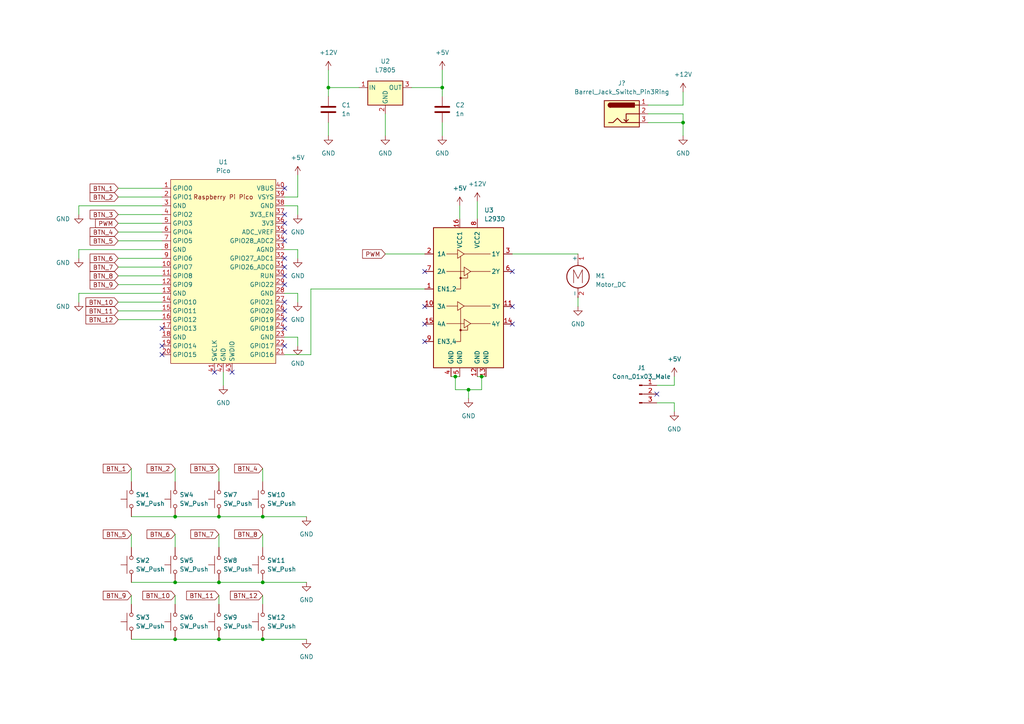
<source format=kicad_sch>
(kicad_sch (version 20211123) (generator eeschema)
  (paper "A4")
  (lib_symbols
    (symbol "Connector:Barrel_Jack_Switch_Pin3Ring" (pin_names hide)
      (property "Reference" "J" (at 0 5.334 0))
      (property "Value" "Barrel_Jack_Switch_Pin3Ring" (at 0 -5.08 0))
      (symbol "Barrel_Jack_Switch_Pin3Ring_0_1"
        (rectangle (start -5.08 3.81) (end 5.08 -3.81) (stroke (width 0.254)) (fill (type background)))
        (arc (start -3.302 3.175) (mid -3.937 2.54) (end -3.302 1.905) (stroke (width 0.254)))
        (arc (start -3.302 3.175) (mid -3.937 2.54) (end -3.302 1.905) (stroke (width 0.254)) (fill (type outline)))
        (polyline (pts (xy 1.27 -2.286) (xy 1.905 -1.651)) (stroke (width 0.254)))
        (polyline (pts (xy 5.08 2.54) (xy 3.81 2.54)) (stroke (width 0.254)))
        (polyline (pts (xy 5.08 0) (xy 1.27 0) (xy 1.27 -2.286) (xy 0.635 -1.651)) (stroke (width 0.254)))
        (polyline (pts (xy -3.81 -2.54) (xy -2.54 -2.54) (xy -1.27 -1.27) (xy 0 -2.54) (xy 2.54 -2.54) (xy 5.08 -2.54)) (stroke (width 0.254)))
        (rectangle (start 3.683 3.175) (end -3.302 1.905) (stroke (width 0.254)) (fill (type outline)))
      )
      (symbol "Barrel_Jack_Switch_Pin3Ring_1_1"
        (pin passive line (at 7.62 2.54 180) (length 2.54) (name "~") (number "1"))
        (pin passive line (at 7.62 0 180) (length 2.54) (name "~") (number "2"))
        (pin passive line (at 7.62 -2.54 180) (length 2.54) (name "~") (number "3"))
      )
    )
    (symbol "Connector:Conn_01x03_Male" (pin_names (offset 1.016) hide)
      (property "Reference" "J" (at 0 5.08 0))
      (property "Value" "Conn_01x03_Male" (at 0 -5.08 0))
      (symbol "Conn_01x03_Male_1_1"
        (polyline (pts (xy 1.27 -2.54) (xy 0.8636 -2.54)) (stroke (width 0.1524)))
        (polyline (pts (xy 1.27 0) (xy 0.8636 0)) (stroke (width 0.1524)))
        (polyline (pts (xy 1.27 2.54) (xy 0.8636 2.54)) (stroke (width 0.1524)))
        (rectangle (start 0.8636 -2.413) (end 0 -2.667) (stroke (width 0.1524)) (fill (type outline)))
        (rectangle (start 0.8636 0.127) (end 0 -0.127) (stroke (width 0.1524)) (fill (type outline)))
        (rectangle (start 0.8636 2.667) (end 0 2.413) (stroke (width 0.1524)) (fill (type outline)))
        (pin passive line (at 5.08 2.54 180) (length 3.81) (name "Pin_1") (number "1"))
        (pin passive line (at 5.08 0 180) (length 3.81) (name "Pin_2") (number "2"))
        (pin passive line (at 5.08 -2.54 180) (length 3.81) (name "Pin_3") (number "3"))
      )
    )
    (symbol "Device:C" (pin_numbers hide) (pin_names (offset 0.254))
      (property "Reference" "C" (at 0.635 2.54 0))
      (property "Value" "C" (at 0.635 -2.54 0))
      (symbol "C_0_1"
        (polyline (pts (xy -2.032 -0.762) (xy 2.032 -0.762)) (stroke (width 0.508)))
        (polyline (pts (xy -2.032 0.762) (xy 2.032 0.762)) (stroke (width 0.508)))
      )
      (symbol "C_1_1"
        (pin passive line (at 0 3.81 270) (length 2.794) (name "~") (number "1"))
        (pin passive line (at 0 -3.81 90) (length 2.794) (name "~") (number "2"))
      )
    )
    (symbol "Driver_Motor:L293D" (pin_names (offset 1.016))
      (property "Reference" "U" (at -5.08 26.035 0))
      (property "Value" "L293D" (at -5.08 24.13 0))
      (symbol "L293D_0_1"
        (rectangle (start -10.16 22.86) (end 10.16 -17.78) (stroke (width 0.254)) (fill (type background)))
        (circle (center -2.286 -6.858) (radius 0.254) (fill (type outline)))
        (circle (center -2.286 8.255) (radius 0.254) (fill (type outline)))
        (polyline (pts (xy -6.35 -4.953) (xy -1.27 -4.953)))
        (polyline (pts (xy -6.35 0.127) (xy -3.175 0.127)))
        (polyline (pts (xy -6.35 10.16) (xy -1.27 10.16)))
        (polyline (pts (xy -6.35 15.24) (xy -3.175 15.24)))
        (polyline (pts (xy -1.27 0.127) (xy 6.35 0.127)))
        (polyline (pts (xy -1.27 15.24) (xy 6.35 15.24)))
        (polyline (pts (xy 0.635 -4.953) (xy 6.35 -4.953)))
        (polyline (pts (xy 0.635 10.16) (xy 6.35 10.16)))
        (polyline (pts (xy -2.286 -6.858) (xy -0.254 -6.858) (xy -0.254 -5.588)))
        (polyline (pts (xy -2.286 -0.635) (xy -2.286 -10.16) (xy -3.556 -10.16)))
        (polyline (pts (xy -2.286 8.255) (xy -0.254 8.255) (xy -0.254 9.525)))
        (polyline (pts (xy -2.286 14.478) (xy -2.286 5.08) (xy -3.556 5.08)))
        (polyline (pts (xy -3.175 1.397) (xy -3.175 -1.143) (xy -1.27 0.127) (xy -3.175 1.397)))
        (polyline (pts (xy -3.175 16.51) (xy -3.175 13.97) (xy -1.27 15.24) (xy -3.175 16.51)))
        (polyline (pts (xy -1.27 -3.683) (xy -1.27 -6.223) (xy 0.635 -4.953) (xy -1.27 -3.683)))
        (polyline (pts (xy -1.27 11.43) (xy -1.27 8.89) (xy 0.635 10.16) (xy -1.27 11.43)))
      )
      (symbol "L293D_1_1"
        (pin input line (at -12.7 5.08 0) (length 2.54) (name "EN1,2") (number "1"))
        (pin input line (at -12.7 0 0) (length 2.54) (name "3A") (number "10"))
        (pin output line (at 12.7 0 180) (length 2.54) (name "3Y") (number "11"))
        (pin power_in line (at 2.54 -20.32 90) (length 2.54) (name "GND") (number "12"))
        (pin power_in line (at 5.08 -20.32 90) (length 2.54) (name "GND") (number "13"))
        (pin output line (at 12.7 -5.08 180) (length 2.54) (name "4Y") (number "14"))
        (pin input line (at -12.7 -5.08 0) (length 2.54) (name "4A") (number "15"))
        (pin power_in line (at -2.54 25.4 270) (length 2.54) (name "VCC1") (number "16"))
        (pin input line (at -12.7 15.24 0) (length 2.54) (name "1A") (number "2"))
        (pin output line (at 12.7 15.24 180) (length 2.54) (name "1Y") (number "3"))
        (pin power_in line (at -5.08 -20.32 90) (length 2.54) (name "GND") (number "4"))
        (pin power_in line (at -2.54 -20.32 90) (length 2.54) (name "GND") (number "5"))
        (pin output line (at 12.7 10.16 180) (length 2.54) (name "2Y") (number "6"))
        (pin input line (at -12.7 10.16 0) (length 2.54) (name "2A") (number "7"))
        (pin power_in line (at 2.54 25.4 270) (length 2.54) (name "VCC2") (number "8"))
        (pin input line (at -12.7 -10.16 0) (length 2.54) (name "EN3,4") (number "9"))
      )
    )
    (symbol "MCU_RaspberryPi_and_Boards:Pico"
      (property "Reference" "U" (at -13.97 27.94 0))
      (property "Value" "Pico" (at 0 19.05 0))
      (symbol "Pico_0_0"
        (text "Raspberry Pi Pico" (at 0 21.59 0) (effects (font (size 1.27 1.27))))
      )
      (symbol "Pico_0_1"
        (rectangle (start -15.24 26.67) (end 15.24 -26.67) (fill (type background)))
      )
      (symbol "Pico_1_1"
        (pin bidirectional line (at -17.78 24.13 0) (length 2.54) (name "GPIO0") (number "1"))
        (pin bidirectional line (at -17.78 1.27 0) (length 2.54) (name "GPIO7") (number "10"))
        (pin bidirectional line (at -17.78 -1.27 0) (length 2.54) (name "GPIO8") (number "11"))
        (pin bidirectional line (at -17.78 -3.81 0) (length 2.54) (name "GPIO9") (number "12"))
        (pin power_in line (at -17.78 -6.35 0) (length 2.54) (name "GND") (number "13"))
        (pin bidirectional line (at -17.78 -8.89 0) (length 2.54) (name "GPIO10") (number "14"))
        (pin bidirectional line (at -17.78 -11.43 0) (length 2.54) (name "GPIO11") (number "15"))
        (pin bidirectional line (at -17.78 -13.97 0) (length 2.54) (name "GPIO12") (number "16"))
        (pin bidirectional line (at -17.78 -16.51 0) (length 2.54) (name "GPIO13") (number "17"))
        (pin power_in line (at -17.78 -19.05 0) (length 2.54) (name "GND") (number "18"))
        (pin bidirectional line (at -17.78 -21.59 0) (length 2.54) (name "GPIO14") (number "19"))
        (pin bidirectional line (at -17.78 21.59 0) (length 2.54) (name "GPIO1") (number "2"))
        (pin bidirectional line (at -17.78 -24.13 0) (length 2.54) (name "GPIO15") (number "20"))
        (pin bidirectional line (at 17.78 -24.13 180) (length 2.54) (name "GPIO16") (number "21"))
        (pin bidirectional line (at 17.78 -21.59 180) (length 2.54) (name "GPIO17") (number "22"))
        (pin power_in line (at 17.78 -19.05 180) (length 2.54) (name "GND") (number "23"))
        (pin bidirectional line (at 17.78 -16.51 180) (length 2.54) (name "GPIO18") (number "24"))
        (pin bidirectional line (at 17.78 -13.97 180) (length 2.54) (name "GPIO19") (number "25"))
        (pin bidirectional line (at 17.78 -11.43 180) (length 2.54) (name "GPIO20") (number "26"))
        (pin bidirectional line (at 17.78 -8.89 180) (length 2.54) (name "GPIO21") (number "27"))
        (pin power_in line (at 17.78 -6.35 180) (length 2.54) (name "GND") (number "28"))
        (pin bidirectional line (at 17.78 -3.81 180) (length 2.54) (name "GPIO22") (number "29"))
        (pin power_in line (at -17.78 19.05 0) (length 2.54) (name "GND") (number "3"))
        (pin input line (at 17.78 -1.27 180) (length 2.54) (name "RUN") (number "30"))
        (pin bidirectional line (at 17.78 1.27 180) (length 2.54) (name "GPIO26_ADC0") (number "31"))
        (pin bidirectional line (at 17.78 3.81 180) (length 2.54) (name "GPIO27_ADC1") (number "32"))
        (pin power_in line (at 17.78 6.35 180) (length 2.54) (name "AGND") (number "33"))
        (pin bidirectional line (at 17.78 8.89 180) (length 2.54) (name "GPIO28_ADC2") (number "34"))
        (pin power_in line (at 17.78 11.43 180) (length 2.54) (name "ADC_VREF") (number "35"))
        (pin power_in line (at 17.78 13.97 180) (length 2.54) (name "3V3") (number "36"))
        (pin input line (at 17.78 16.51 180) (length 2.54) (name "3V3_EN") (number "37"))
        (pin bidirectional line (at 17.78 19.05 180) (length 2.54) (name "GND") (number "38"))
        (pin power_in line (at 17.78 21.59 180) (length 2.54) (name "VSYS") (number "39"))
        (pin bidirectional line (at -17.78 16.51 0) (length 2.54) (name "GPIO2") (number "4"))
        (pin power_in line (at 17.78 24.13 180) (length 2.54) (name "VBUS") (number "40"))
        (pin input line (at -2.54 -29.21 90) (length 2.54) (name "SWCLK") (number "41"))
        (pin power_in line (at 0 -29.21 90) (length 2.54) (name "GND") (number "42"))
        (pin bidirectional line (at 2.54 -29.21 90) (length 2.54) (name "SWDIO") (number "43"))
        (pin bidirectional line (at -17.78 13.97 0) (length 2.54) (name "GPIO3") (number "5"))
        (pin bidirectional line (at -17.78 11.43 0) (length 2.54) (name "GPIO4") (number "6"))
        (pin bidirectional line (at -17.78 8.89 0) (length 2.54) (name "GPIO5") (number "7"))
        (pin power_in line (at -17.78 6.35 0) (length 2.54) (name "GND") (number "8"))
        (pin bidirectional line (at -17.78 3.81 0) (length 2.54) (name "GPIO6") (number "9"))
      )
    )
    (symbol "Motor:Motor_DC" (pin_names (offset 0))
      (property "Reference" "M" (at 2.54 2.54 0))
      (property "Value" "Motor_DC" (at 2.54 -5.08 0))
      (symbol "Motor_DC_0_0"
        (polyline (pts (xy -1.27 -3.302) (xy -1.27 0.508) (xy 0 -2.032) (xy 1.27 0.508) (xy 1.27 -3.302)))
      )
      (symbol "Motor_DC_0_1"
        (circle (center 0 -1.524) (radius 3.2512) (stroke (width 0.254)))
        (polyline (pts (xy 0 -7.62) (xy 0 -7.112)))
        (polyline (pts (xy 0 -4.7752) (xy 0 -5.1816)))
        (polyline (pts (xy 0 1.7272) (xy 0 2.0828)))
        (polyline (pts (xy 0 2.032) (xy 0 2.54)))
      )
      (symbol "Motor_DC_1_1"
        (pin passive line (at 0 5.08 270) (length 2.54) (name "+") (number "1"))
        (pin passive line (at 0 -7.62 90) (length 2.54) (name "-") (number "2"))
      )
    )
    (symbol "Regulator_Linear:L7805" (pin_names (offset 0.254))
      (property "Reference" "U" (at -3.81 3.175 0))
      (property "Value" "L7805" (at 0 3.175 0))
      (symbol "L7805_0_1"
        (rectangle (start -5.08 1.905) (end 5.08 -5.08) (stroke (width 0.254)) (fill (type background)))
      )
      (symbol "L7805_1_1"
        (pin power_in line (at -7.62 0 0) (length 2.54) (name "IN") (number "1"))
        (pin power_in line (at 0 -7.62 90) (length 2.54) (name "GND") (number "2"))
        (pin power_out line (at 7.62 0 180) (length 2.54) (name "OUT") (number "3"))
      )
    )
    (symbol "Switch:SW_Push" (pin_numbers hide) (pin_names (offset 1.016) hide)
      (property "Reference" "SW" (at 1.27 2.54 0))
      (property "Value" "SW_Push" (at 0 -1.524 0))
      (symbol "SW_Push_0_1"
        (circle (center -2.032 0) (radius 0.508))
        (polyline (pts (xy 0 1.27) (xy 0 3.048)))
        (polyline (pts (xy 2.54 1.27) (xy -2.54 1.27)))
        (circle (center 2.032 0) (radius 0.508))
        (pin passive line (at -5.08 0 0) (length 2.54) (name "1") (number "1"))
        (pin passive line (at 5.08 0 180) (length 2.54) (name "2") (number "2"))
      )
    )
    (symbol "power:+12V" (power) (pin_names (offset 0))
      (property "Value" "+12V" (at 0 3.556 0))
      (symbol "+12V_0_1"
        (polyline (pts (xy -0.762 1.27) (xy 0 2.54)))
        (polyline (pts (xy 0 0) (xy 0 2.54)))
        (polyline (pts (xy 0 2.54) (xy 0.762 1.27)))
      )
      (symbol "+12V_1_1"
        (pin power_in line (at 0 0 90) (length 0) hide (name "+12V") (number "1"))
      )
    )
    (symbol "power:+5V" (power) (pin_names (offset 0))
      (property "Value" "+5V" (at 0 3.556 0))
      (symbol "+5V_0_1"
        (polyline (pts (xy -0.762 1.27) (xy 0 2.54)))
        (polyline (pts (xy 0 0) (xy 0 2.54)))
        (polyline (pts (xy 0 2.54) (xy 0.762 1.27)))
      )
      (symbol "+5V_1_1"
        (pin power_in line (at 0 0 90) (length 0) hide (name "+5V") (number "1"))
      )
    )
    (symbol "power:GND" (power) (pin_names (offset 0))
      (property "Value" "GND" (at 0 -3.81 0))
      (symbol "GND_0_1"
        (polyline (pts (xy 0 0) (xy 0 -1.27) (xy 1.27 -1.27) (xy 0 -2.54) (xy -1.27 -1.27) (xy 0 -1.27)))
      )
      (symbol "GND_1_1"
        (pin power_in line (at 0 0 270) (length 0) hide (name "GND") (number "1"))
      )
    )
  )
  (junction (at 128.27 25.4))
  (junction (at 135.89 113.03))
  (junction (at 63.5 185.42))
  (junction (at 139.7 109.22))
  (junction (at 132.08 109.22))
  (junction (at 50.8 168.91))
  (junction (at 63.5 149.86))
  (junction (at 50.8 185.42))
  (junction (at 63.5 168.91))
  (junction (at 76.2 185.42))
  (junction (at 76.2 168.91))
  (junction (at 95.25 25.4))
  (junction (at 76.2 149.86))
  (junction (at 50.8 149.86))
  (junction (at 198.12 35.56))
  (no_connect (at 82.55 77.47))
  (no_connect (at 82.55 92.71))
  (no_connect (at 82.55 69.85))
  (no_connect (at 46.99 95.25))
  (no_connect (at 82.55 90.17))
  (no_connect (at 123.19 93.98))
  (no_connect (at 82.55 80.01))
  (no_connect (at 82.55 87.63))
  (no_connect (at 82.55 67.31))
  (no_connect (at 82.55 62.23))
  (no_connect (at 123.19 99.06))
  (no_connect (at 82.55 54.61))
  (no_connect (at 82.55 95.25))
  (no_connect (at 67.31 107.95))
  (no_connect (at 148.59 88.9))
  (no_connect (at 82.55 74.93))
  (no_connect (at 148.59 78.74))
  (no_connect (at 46.99 102.87))
  (no_connect (at 62.23 107.95))
  (no_connect (at 123.19 78.74))
  (no_connect (at 82.55 100.33))
  (no_connect (at 82.55 64.77))
  (no_connect (at 82.55 82.55))
  (no_connect (at 148.59 93.98))
  (no_connect (at 190.5 114.3))
  (no_connect (at 123.19 88.9))
  (no_connect (at 46.99 100.33))
  (wire (pts (xy 38.1 168.91) (xy 50.8 168.91)))
  (wire (pts (xy 34.29 74.93) (xy 46.99 74.93)))
  (wire (pts (xy 123.19 83.82) (xy 90.17 83.82)))
  (wire (pts (xy 22.86 59.69) (xy 46.99 59.69)))
  (wire (pts (xy 50.8 154.94) (xy 50.8 158.75)))
  (wire (pts (xy 34.29 90.17) (xy 46.99 90.17)))
  (wire (pts (xy 95.25 25.4) (xy 104.14 25.4)))
  (wire (pts (xy 86.36 57.15) (xy 86.36 50.8)))
  (wire (pts (xy 22.86 85.09) (xy 46.99 85.09)))
  (wire (pts (xy 38.1 149.86) (xy 50.8 149.86)))
  (wire (pts (xy 38.1 154.94) (xy 38.1 158.75)))
  (wire (pts (xy 86.36 97.79) (xy 82.55 97.79)))
  (wire (pts (xy 111.76 33.02) (xy 111.76 39.37)))
  (wire (pts (xy 76.2 135.89) (xy 76.2 139.7)))
  (wire (pts (xy 63.5 172.72) (xy 63.5 175.26)))
  (wire (pts (xy 34.29 69.85) (xy 46.99 69.85)))
  (wire (pts (xy 132.08 113.03) (xy 135.89 113.03)))
  (wire (pts (xy 34.29 64.77) (xy 46.99 64.77)))
  (wire (pts (xy 63.5 154.94) (xy 63.5 158.75)))
  (wire (pts (xy 76.2 185.42) (xy 88.9 185.42)))
  (wire (pts (xy 63.5 185.42) (xy 76.2 185.42)))
  (wire (pts (xy 50.8 168.91) (xy 63.5 168.91)))
  (wire (pts (xy 135.89 113.03) (xy 135.89 115.57)))
  (wire (pts (xy 90.17 83.82) (xy 90.17 102.87)))
  (wire (pts (xy 130.81 109.22) (xy 132.08 109.22)))
  (wire (pts (xy 198.12 33.02) (xy 198.12 35.56)))
  (wire (pts (xy 50.8 135.89) (xy 50.8 139.7)))
  (wire (pts (xy 95.25 35.56) (xy 95.25 39.37)))
  (wire (pts (xy 198.12 26.67) (xy 198.12 30.48)))
  (wire (pts (xy 86.36 72.39) (xy 82.55 72.39)))
  (wire (pts (xy 195.58 116.84) (xy 190.5 116.84)))
  (wire (pts (xy 128.27 25.4) (xy 128.27 20.32)))
  (wire (pts (xy 22.86 74.93) (xy 22.86 72.39)))
  (wire (pts (xy 38.1 172.72) (xy 38.1 175.26)))
  (wire (pts (xy 64.77 107.95) (xy 64.77 111.76)))
  (wire (pts (xy 111.76 73.66) (xy 123.19 73.66)))
  (wire (pts (xy 95.25 27.94) (xy 95.25 25.4)))
  (wire (pts (xy 76.2 149.86) (xy 88.9 149.86)))
  (wire (pts (xy 198.12 30.48) (xy 187.96 30.48)))
  (wire (pts (xy 95.25 20.32) (xy 95.25 25.4)))
  (wire (pts (xy 195.58 109.22) (xy 195.58 111.76)))
  (wire (pts (xy 22.86 72.39) (xy 46.99 72.39)))
  (wire (pts (xy 128.27 25.4) (xy 128.27 27.94)))
  (wire (pts (xy 34.29 87.63) (xy 46.99 87.63)))
  (wire (pts (xy 195.58 119.38) (xy 195.58 116.84)))
  (wire (pts (xy 63.5 168.91) (xy 76.2 168.91)))
  (wire (pts (xy 38.1 135.89) (xy 38.1 139.7)))
  (wire (pts (xy 86.36 62.23) (xy 86.36 59.69)))
  (wire (pts (xy 119.38 25.4) (xy 128.27 25.4)))
  (wire (pts (xy 38.1 185.42) (xy 50.8 185.42)))
  (wire (pts (xy 86.36 85.09) (xy 82.55 85.09)))
  (wire (pts (xy 167.64 86.36) (xy 167.64 88.9)))
  (wire (pts (xy 187.96 33.02) (xy 198.12 33.02)))
  (wire (pts (xy 135.89 113.03) (xy 139.7 113.03)))
  (wire (pts (xy 132.08 109.22) (xy 133.35 109.22)))
  (wire (pts (xy 76.2 172.72) (xy 76.2 175.26)))
  (wire (pts (xy 132.08 109.22) (xy 132.08 113.03)))
  (wire (pts (xy 50.8 185.42) (xy 63.5 185.42)))
  (wire (pts (xy 86.36 74.93) (xy 86.36 72.39)))
  (wire (pts (xy 34.29 92.71) (xy 46.99 92.71)))
  (wire (pts (xy 34.29 54.61) (xy 46.99 54.61)))
  (wire (pts (xy 63.5 149.86) (xy 76.2 149.86)))
  (wire (pts (xy 34.29 57.15) (xy 46.99 57.15)))
  (wire (pts (xy 138.43 109.22) (xy 139.7 109.22)))
  (wire (pts (xy 86.36 59.69) (xy 82.55 59.69)))
  (wire (pts (xy 187.96 35.56) (xy 198.12 35.56)))
  (wire (pts (xy 50.8 172.72) (xy 50.8 175.26)))
  (wire (pts (xy 76.2 154.94) (xy 76.2 158.75)))
  (wire (pts (xy 139.7 109.22) (xy 140.97 109.22)))
  (wire (pts (xy 195.58 111.76) (xy 190.5 111.76)))
  (wire (pts (xy 133.35 59.69) (xy 133.35 63.5)))
  (wire (pts (xy 86.36 87.63) (xy 86.36 85.09)))
  (wire (pts (xy 148.59 73.66) (xy 167.64 73.66)))
  (wire (pts (xy 128.27 35.56) (xy 128.27 39.37)))
  (wire (pts (xy 63.5 135.89) (xy 63.5 139.7)))
  (wire (pts (xy 34.29 82.55) (xy 46.99 82.55)))
  (wire (pts (xy 198.12 35.56) (xy 198.12 39.37)))
  (wire (pts (xy 86.36 100.33) (xy 86.36 97.79)))
  (wire (pts (xy 22.86 87.63) (xy 22.86 85.09)))
  (wire (pts (xy 34.29 77.47) (xy 46.99 77.47)))
  (wire (pts (xy 76.2 168.91) (xy 88.9 168.91)))
  (wire (pts (xy 90.17 102.87) (xy 82.55 102.87)))
  (wire (pts (xy 34.29 62.23) (xy 46.99 62.23)))
  (wire (pts (xy 50.8 149.86) (xy 63.5 149.86)))
  (wire (pts (xy 22.86 62.23) (xy 22.86 59.69)))
  (wire (pts (xy 139.7 109.22) (xy 139.7 113.03)))
  (wire (pts (xy 34.29 67.31) (xy 46.99 67.31)))
  (wire (pts (xy 82.55 57.15) (xy 86.36 57.15)))
  (wire (pts (xy 34.29 80.01) (xy 46.99 80.01)))
  (wire (pts (xy 138.43 58.42) (xy 138.43 63.5)))
  (global_label "BTN_8" (shape input) (at 76.2 154.94 180) (property "Intersheet References" "${INTERSHEET_REFS}" (effects hide)))
  (global_label "BTN_2" (shape input) (at 50.8 135.89 180) (property "Intersheet References" "${INTERSHEET_REFS}" (effects hide)))
  (global_label "BTN_4" (shape input) (at 76.2 135.89 180) (property "Intersheet References" "${INTERSHEET_REFS}" (effects hide)))
  (global_label "BTN_1" (shape input) (at 38.1 135.89 180) (property "Intersheet References" "${INTERSHEET_REFS}" (effects hide)))
  (global_label "BTN_4" (shape input) (at 34.29 67.31 180) (property "Intersheet References" "${INTERSHEET_REFS}" (effects hide)))
  (global_label "BTN_10" (shape input) (at 34.29 87.63 180) (property "Intersheet References" "${INTERSHEET_REFS}" (effects hide)))
  (global_label "BTN_6" (shape input) (at 50.8 154.94 180) (property "Intersheet References" "${INTERSHEET_REFS}" (effects hide)))
  (global_label "PWM" (shape input) (at 111.76 73.66 180) (property "Intersheet References" "${INTERSHEET_REFS}" (effects hide)))
  (global_label "BTN_10" (shape input) (at 50.8 172.72 180) (property "Intersheet References" "${INTERSHEET_REFS}" (effects hide)))
  (global_label "BTN_9" (shape input) (at 38.1 172.72 180) (property "Intersheet References" "${INTERSHEET_REFS}" (effects hide)))
  (global_label "BTN_3" (shape input) (at 63.5 135.89 180) (property "Intersheet References" "${INTERSHEET_REFS}" (effects hide)))
  (global_label "BTN_8" (shape input) (at 34.29 80.01 180) (property "Intersheet References" "${INTERSHEET_REFS}" (effects hide)))
  (global_label "BTN_7" (shape input) (at 63.5 154.94 180) (property "Intersheet References" "${INTERSHEET_REFS}" (effects hide)))
  (global_label "PWM" (shape input) (at 34.29 64.77 180) (property "Intersheet References" "${INTERSHEET_REFS}" (effects hide)))
  (global_label "BTN_2" (shape input) (at 34.29 57.15 180) (property "Intersheet References" "${INTERSHEET_REFS}" (effects hide)))
  (global_label "BTN_12" (shape input) (at 76.2 172.72 180) (property "Intersheet References" "${INTERSHEET_REFS}" (effects hide)))
  (global_label "BTN_7" (shape input) (at 34.29 77.47 180) (property "Intersheet References" "${INTERSHEET_REFS}" (effects hide)))
  (global_label "BTN_5" (shape input) (at 38.1 154.94 180) (property "Intersheet References" "${INTERSHEET_REFS}" (effects hide)))
  (global_label "BTN_3" (shape input) (at 34.29 62.23 180) (property "Intersheet References" "${INTERSHEET_REFS}" (effects hide)))
  (global_label "BTN_1" (shape input) (at 34.29 54.61 180) (property "Intersheet References" "${INTERSHEET_REFS}" (effects hide)))
  (global_label "BTN_12" (shape input) (at 34.29 92.71 180) (property "Intersheet References" "${INTERSHEET_REFS}" (effects hide)))
  (global_label "BTN_9" (shape input) (at 34.29 82.55 180) (property "Intersheet References" "${INTERSHEET_REFS}" (effects hide)))
  (global_label "BTN_11" (shape input) (at 63.5 172.72 180) (property "Intersheet References" "${INTERSHEET_REFS}" (effects hide)))
  (global_label "BTN_5" (shape input) (at 34.29 69.85 180) (property "Intersheet References" "${INTERSHEET_REFS}" (effects hide)))
  (global_label "BTN_11" (shape input) (at 34.29 90.17 180) (property "Intersheet References" "${INTERSHEET_REFS}" (effects hide)))
  (global_label "BTN_6" (shape input) (at 34.29 74.93 180) (property "Intersheet References" "${INTERSHEET_REFS}" (effects hide)))
  (symbol (lib_id "Switch:SW_Push") (at 63.5 163.83 90) (unit 1)
    (property "Reference" "SW8" (at 64.77 162.5599 90) (effects (justify right)))
    (property "Value" "SW_Push" (at 64.77 165.0999 90) (effects (justify right)))
  )
  (symbol (lib_id "Switch:SW_Push") (at 50.8 144.78 90) (unit 1)
    (property "Reference" "SW4" (at 52.07 143.5099 90) (effects (justify right)))
    (property "Value" "SW_Push" (at 52.07 146.0499 90) (effects (justify right)))
  )
  (symbol (lib_id "power:GND") (at 95.25 39.37 0) (unit 1)
    (property "Reference" "#PWR014" (effects hide))
    (property "Value" "GND" (at 95.25 44.45 0))
  )
  (symbol (lib_id "Regulator_Linear:L7805") (at 111.76 25.4 0) (unit 1)
    (property "Reference" "U2" (at 111.76 17.78 0))
    (property "Value" "L7805" (at 111.76 20.32 0))
    (property "Datasheet" "http://www.st.com/content/ccc/resource/technical/document/datasheet/41/4f/b3/b0/12/d4/47/88/CD00000444.pdf/files/CD00000444.pdf/jcr:content/translations/en.CD00000444.pdf" (effects hide))
  )
  (symbol (lib_id "Device:C") (at 95.25 31.75 0) (unit 1)
    (property "Reference" "C1" (at 99.06 30.4799 0) (effects (justify left)))
    (property "Value" "1n" (at 99.06 33.0199 0) (effects (justify left)))
  )
  (symbol (lib_id "power:GND") (at 111.76 39.37 0) (unit 1)
    (property "Reference" "#PWR015" (effects hide))
    (property "Value" "GND" (at 111.76 44.45 0))
  )
  (symbol (lib_id "power:GND") (at 86.36 87.63 0) (unit 1)
    (property "Reference" "#PWR08" (effects hide))
    (property "Value" "GND" (at 86.36 92.71 0))
  )
  (symbol (lib_id "power:+5V") (at 86.36 50.8 0) (unit 1)
    (property "Reference" "#PWR05" (effects hide))
    (property "Value" "+5V" (at 86.36 45.72 0))
  )
  (symbol (lib_id "power:GND") (at 64.77 111.76 0) (unit 1)
    (property "Reference" "#PWR04" (effects hide))
    (property "Value" "GND" (at 64.77 116.84 0))
  )
  (symbol (lib_id "power:GND") (at 195.58 119.38 0) (unit 1)
    (property "Reference" "#PWR027" (effects hide))
    (property "Value" "GND" (at 195.58 124.46 0))
  )
  (symbol (lib_id "Switch:SW_Push") (at 38.1 163.83 90) (unit 1)
    (property "Reference" "SW2" (at 39.37 162.5599 90) (effects (justify right)))
    (property "Value" "SW_Push" (at 39.37 165.0999 90) (effects (justify right)))
  )
  (symbol (lib_id "power:+5V") (at 133.35 59.69 0) (unit 1)
    (property "Reference" "#PWR018" (effects hide))
    (property "Value" "+5V" (at 133.35 54.61 0))
  )
  (symbol (lib_id "power:+12V") (at 95.25 20.32 0) (unit 1)
    (property "Reference" "#PWR013" (effects hide))
    (property "Value" "+12V" (at 95.25 15.24 0))
  )
  (symbol (lib_id "MCU_RaspberryPi_and_Boards:Pico") (at 64.77 78.74 0) (unit 1)
    (property "Reference" "U1" (at 64.77 46.99 0))
    (property "Value" "Pico" (at 64.77 49.53 0))
    (property "Footprint" "RPi_Pico:RPi_Pico_SMD_TH" (effects hide))
  )
  (symbol (lib_id "power:GND") (at 86.36 74.93 0) (unit 1)
    (property "Reference" "#PWR07" (effects hide))
    (property "Value" "GND" (at 86.36 80.01 0))
  )
  (symbol (lib_id "power:GND") (at 128.27 39.37 0) (unit 1)
    (property "Reference" "#PWR017" (effects hide))
    (property "Value" "GND" (at 128.27 44.45 0))
  )
  (symbol (lib_id "Switch:SW_Push") (at 76.2 163.83 90) (unit 1)
    (property "Reference" "SW11" (at 77.47 162.5599 90) (effects (justify right)))
    (property "Value" "SW_Push" (at 77.47 165.0999 90) (effects (justify right)))
  )
  (symbol (lib_id "power:GND") (at 88.9 168.91 0) (unit 1)
    (property "Reference" "#PWR011" (effects hide))
    (property "Value" "GND" (at 88.9 173.99 0))
  )
  (symbol (lib_id "power:+12V") (at 198.12 26.67 0) (unit 1)
    (property "Reference" "#PWR?" (effects hide))
    (property "Value" "+12V" (at 198.12 21.59 0))
  )
  (symbol (lib_id "power:GND") (at 167.64 88.9 0) (unit 1)
    (property "Reference" "#PWR024" (effects hide))
    (property "Value" "GND" (at 167.64 93.98 0))
  )
  (symbol (lib_id "power:GND") (at 88.9 149.86 0) (unit 1)
    (property "Reference" "#PWR010" (effects hide))
    (property "Value" "GND" (at 88.9 154.94 0))
  )
  (symbol (lib_id "Switch:SW_Push") (at 38.1 180.34 90) (unit 1)
    (property "Reference" "SW3" (at 39.37 179.0699 90) (effects (justify right)))
    (property "Value" "SW_Push" (at 39.37 181.6099 90) (effects (justify right)))
  )
  (symbol (lib_id "power:GND") (at 22.86 87.63 0) (unit 1)
    (property "Reference" "#PWR03" (effects hide))
    (property "Value" "GND" (at 20.32 88.8999 0) (effects (justify right)))
  )
  (symbol (lib_id "Switch:SW_Push") (at 76.2 144.78 90) (unit 1)
    (property "Reference" "SW10" (at 77.47 143.5099 90) (effects (justify right)))
    (property "Value" "SW_Push" (at 77.47 146.0499 90) (effects (justify right)))
  )
  (symbol (lib_id "Switch:SW_Push") (at 50.8 180.34 90) (unit 1)
    (property "Reference" "SW6" (at 52.07 179.0699 90) (effects (justify right)))
    (property "Value" "SW_Push" (at 52.07 181.6099 90) (effects (justify right)))
  )
  (symbol (lib_id "power:+12V") (at 138.43 58.42 0) (unit 1)
    (property "Reference" "#PWR020" (effects hide))
    (property "Value" "+12V" (at 138.43 53.34 0))
  )
  (symbol (lib_id "Device:C") (at 128.27 31.75 0) (unit 1)
    (property "Reference" "C2" (at 132.08 30.4799 0) (effects (justify left)))
    (property "Value" "1n" (at 132.08 33.0199 0) (effects (justify left)))
  )
  (symbol (lib_id "power:+5V") (at 128.27 20.32 0) (unit 1)
    (property "Reference" "#PWR016" (effects hide))
    (property "Value" "+5V" (at 128.27 15.24 0))
  )
  (symbol (lib_id "Connector:Conn_01x03_Male") (at 185.42 114.3 0) (unit 1)
    (property "Reference" "J1" (at 186.055 106.68 0))
    (property "Value" "Conn_01x03_Male" (at 186.055 109.22 0))
  )
  (symbol (lib_id "Switch:SW_Push") (at 63.5 144.78 90) (unit 1)
    (property "Reference" "SW7" (at 64.77 143.5099 90) (effects (justify right)))
    (property "Value" "SW_Push" (at 64.77 146.0499 90) (effects (justify right)))
  )
  (symbol (lib_id "Switch:SW_Push") (at 50.8 163.83 90) (unit 1)
    (property "Reference" "SW5" (at 52.07 162.5599 90) (effects (justify right)))
    (property "Value" "SW_Push" (at 52.07 165.0999 90) (effects (justify right)))
  )
  (symbol (lib_id "power:GND") (at 22.86 62.23 0) (unit 1)
    (property "Reference" "#PWR01" (effects hide))
    (property "Value" "GND" (at 20.32 63.4999 0) (effects (justify right)))
  )
  (symbol (lib_id "Connector:Barrel_Jack_Switch_Pin3Ring") (at 180.34 33.02 0) (unit 1)
    (property "Reference" "J?" (at 180.34 24.13 0))
    (property "Value" "Barrel_Jack_Switch_Pin3Ring" (at 180.34 26.67 0))
  )
  (symbol (lib_id "Switch:SW_Push") (at 63.5 180.34 90) (unit 1)
    (property "Reference" "SW9" (at 64.77 179.0699 90) (effects (justify right)))
    (property "Value" "SW_Push" (at 64.77 181.6099 90) (effects (justify right)))
  )
  (symbol (lib_id "power:GND") (at 135.89 115.57 0) (unit 1)
    (property "Reference" "#PWR019" (effects hide))
    (property "Value" "GND" (at 135.89 120.65 0))
  )
  (symbol (lib_id "power:GND") (at 86.36 62.23 0) (unit 1)
    (property "Reference" "#PWR06" (effects hide))
    (property "Value" "GND" (at 86.36 67.31 0))
  )
  (symbol (lib_id "Motor:Motor_DC") (at 167.64 78.74 0) (unit 1)
    (property "Reference" "M1" (at 172.72 80.0099 0) (effects (justify left)))
    (property "Value" "Motor_DC" (at 172.72 82.5499 0) (effects (justify left)))
  )
  (symbol (lib_id "power:GND") (at 86.36 100.33 0) (unit 1)
    (property "Reference" "#PWR09" (effects hide))
    (property "Value" "GND" (at 86.36 105.41 0))
  )
  (symbol (lib_id "Switch:SW_Push") (at 76.2 180.34 90) (unit 1)
    (property "Reference" "SW12" (at 77.47 179.0699 90) (effects (justify right)))
    (property "Value" "SW_Push" (at 77.47 181.6099 90) (effects (justify right)))
  )
  (symbol (lib_id "power:GND") (at 22.86 74.93 0) (unit 1)
    (property "Reference" "#PWR02" (effects hide))
    (property "Value" "GND" (at 20.32 76.1999 0) (effects (justify right)))
  )
  (symbol (lib_id "power:+5V") (at 195.58 109.22 0) (unit 1)
    (property "Reference" "#PWR?" (effects hide))
    (property "Value" "+5V" (at 195.58 104.14 0))
  )
  (symbol (lib_id "power:GND") (at 88.9 185.42 0) (unit 1)
    (property "Reference" "#PWR012" (effects hide))
    (property "Value" "GND" (at 88.9 190.5 0))
  )
  (symbol (lib_id "power:GND") (at 198.12 39.37 0) (unit 1)
    (property "Reference" "#PWR?" (effects hide))
    (property "Value" "GND" (at 198.12 44.45 0))
  )
  (symbol (lib_id "Switch:SW_Push") (at 38.1 144.78 90) (unit 1)
    (property "Reference" "SW1" (at 39.37 143.5099 90) (effects (justify right)))
    (property "Value" "SW_Push" (at 39.37 146.0499 90) (effects (justify right)))
  )
  (symbol (lib_id "Driver_Motor:L293D") (at 135.89 88.9 0) (unit 1)
    (property "Reference" "U3" (at 140.4494 60.96 0) (effects (justify left)))
    (property "Value" "L293D" (at 140.4494 63.5 0) (effects (justify left)))
    (property "Footprint" "Package_DIP:DIP-16_W7.62mm" (effects hide))
    (property "Datasheet" "http://www.ti.com/lit/ds/symlink/l293.pdf" (effects hide))
  )
)
</source>
